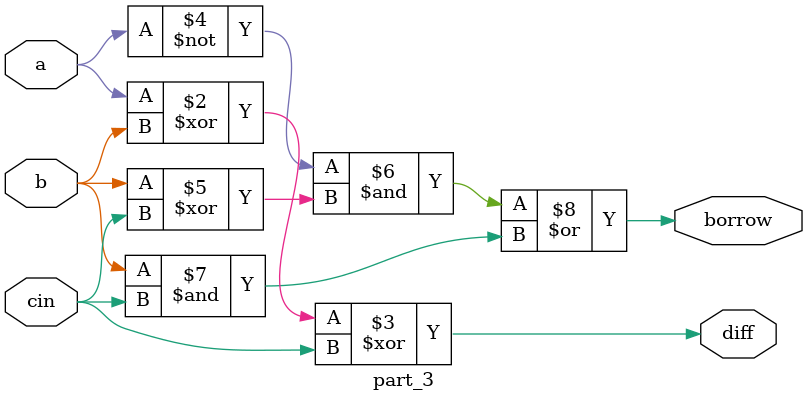
<source format=v>
module part_3(input a,b,cin, output diff,borrow);
reg diff,borrow;
always @(a,b,cin)
begin
diff=a^b^cin;
 borrow=~a & (b^cin) | b & cin;
end
endmodule
</source>
